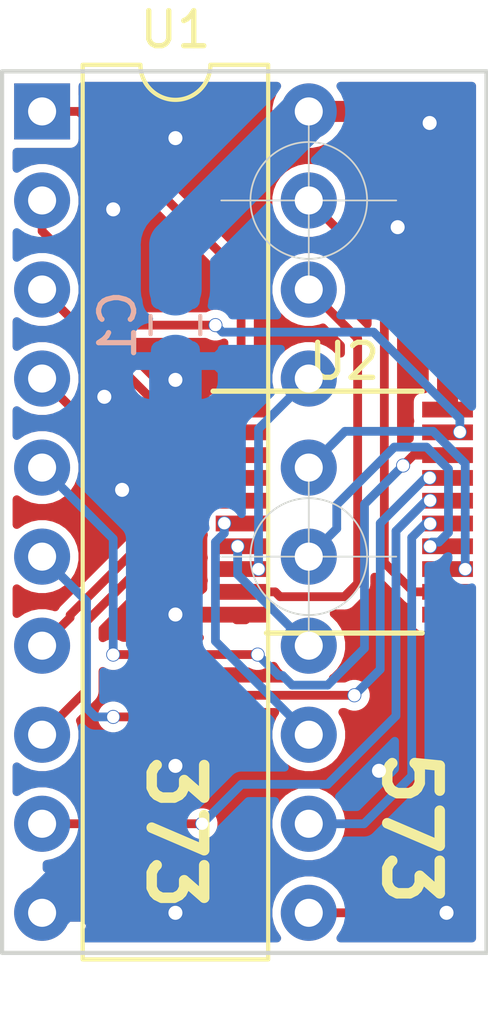
<source format=kicad_pcb>
(kicad_pcb (version 20171130) (host pcbnew "(5.1.5)-3")

  (general
    (thickness 1.6)
    (drawings 8)
    (tracks 145)
    (zones 0)
    (modules 3)
    (nets 21)
  )

  (page A4)
  (layers
    (0 F.Cu signal)
    (31 B.Cu signal)
    (32 B.Adhes user)
    (33 F.Adhes user)
    (34 B.Paste user)
    (35 F.Paste user)
    (36 B.SilkS user)
    (37 F.SilkS user)
    (38 B.Mask user)
    (39 F.Mask user)
    (40 Dwgs.User user)
    (41 Cmts.User user)
    (42 Eco1.User user)
    (43 Eco2.User user)
    (44 Edge.Cuts user)
    (45 Margin user)
    (46 B.CrtYd user)
    (47 F.CrtYd user)
    (48 B.Fab user)
    (49 F.Fab user)
  )

  (setup
    (last_trace_width 0.25)
    (user_trace_width 0.4)
    (user_trace_width 0.6)
    (user_trace_width 1.5)
    (trace_clearance 0.2)
    (zone_clearance 0.239)
    (zone_45_only no)
    (trace_min 0.2)
    (via_size 0.8)
    (via_drill 0.4)
    (via_min_size 0.35)
    (via_min_drill 0.3)
    (user_via 0.4 0.35)
    (uvia_size 0.3)
    (uvia_drill 0.1)
    (uvias_allowed no)
    (uvia_min_size 0.2)
    (uvia_min_drill 0.1)
    (edge_width 0.05)
    (segment_width 0.2)
    (pcb_text_width 0.3)
    (pcb_text_size 1.5 1.5)
    (mod_edge_width 0.12)
    (mod_text_size 1 1)
    (mod_text_width 0.15)
    (pad_size 1.524 1.524)
    (pad_drill 0.762)
    (pad_to_mask_clearance 0.051)
    (solder_mask_min_width 0.25)
    (aux_axis_origin 114.3 78.74)
    (visible_elements 7FFFFFFF)
    (pcbplotparams
      (layerselection 0x010f0_ffffffff)
      (usegerberextensions false)
      (usegerberattributes false)
      (usegerberadvancedattributes false)
      (creategerberjobfile false)
      (excludeedgelayer true)
      (linewidth 0.100000)
      (plotframeref false)
      (viasonmask false)
      (mode 1)
      (useauxorigin false)
      (hpglpennumber 1)
      (hpglpenspeed 20)
      (hpglpendiameter 15.000000)
      (psnegative false)
      (psa4output false)
      (plotreference true)
      (plotvalue true)
      (plotinvisibletext false)
      (padsonsilk false)
      (subtractmaskfromsilk false)
      (outputformat 1)
      (mirror false)
      (drillshape 0)
      (scaleselection 1)
      (outputdirectory "gerber/"))
  )

  (net 0 "")
  (net 1 "Net-(U1-Pad1)")
  (net 2 "Net-(U1-Pad2)")
  (net 3 "Net-(U1-Pad9)")
  (net 4 "Net-(U1-Pad3)")
  (net 5 "Net-(U1-Pad4)")
  (net 6 "Net-(U1-Pad11)")
  (net 7 "Net-(U1-Pad5)")
  (net 8 "Net-(U1-Pad12)")
  (net 9 "Net-(U1-Pad6)")
  (net 10 "Net-(U1-Pad13)")
  (net 11 "Net-(C1-Pad1)")
  (net 12 "Net-(U1-Pad14)")
  (net 13 "Net-(U1-Pad7)")
  (net 14 "Net-(U1-Pad15)")
  (net 15 GND)
  (net 16 "Net-(U1-Pad16)")
  (net 17 "Net-(U1-Pad17)")
  (net 18 "Net-(U1-Pad8)")
  (net 19 "Net-(U1-Pad18)")
  (net 20 "Net-(U1-Pad19)")

  (net_class Default "This is the default net class."
    (clearance 0.2)
    (trace_width 0.25)
    (via_dia 0.8)
    (via_drill 0.4)
    (uvia_dia 0.3)
    (uvia_drill 0.1)
    (add_net GND)
    (add_net "Net-(C1-Pad1)")
    (add_net "Net-(U1-Pad1)")
    (add_net "Net-(U1-Pad11)")
    (add_net "Net-(U1-Pad12)")
    (add_net "Net-(U1-Pad13)")
    (add_net "Net-(U1-Pad14)")
    (add_net "Net-(U1-Pad15)")
    (add_net "Net-(U1-Pad16)")
    (add_net "Net-(U1-Pad17)")
    (add_net "Net-(U1-Pad18)")
    (add_net "Net-(U1-Pad19)")
    (add_net "Net-(U1-Pad2)")
    (add_net "Net-(U1-Pad3)")
    (add_net "Net-(U1-Pad4)")
    (add_net "Net-(U1-Pad5)")
    (add_net "Net-(U1-Pad6)")
    (add_net "Net-(U1-Pad7)")
    (add_net "Net-(U1-Pad8)")
    (add_net "Net-(U1-Pad9)")
  )

  (module Capacitor_SMD:C_0805_2012Metric_Pad1.15x1.40mm_HandSolder (layer B.Cu) (tedit 5B36C52B) (tstamp 5EF1DB51)
    (at 110.49 77.216 270)
    (descr "Capacitor SMD 0805 (2012 Metric), square (rectangular) end terminal, IPC_7351 nominal with elongated pad for handsoldering. (Body size source: https://docs.google.com/spreadsheets/d/1BsfQQcO9C6DZCsRaXUlFlo91Tg2WpOkGARC1WS5S8t0/edit?usp=sharing), generated with kicad-footprint-generator")
    (tags "capacitor handsolder")
    (path /7C524249)
    (attr smd)
    (fp_text reference C1 (at 0 1.65 270) (layer B.SilkS)
      (effects (font (size 1 1) (thickness 0.15)) (justify mirror))
    )
    (fp_text value 100n (at 0 -1.65 270) (layer B.Fab)
      (effects (font (size 1 1) (thickness 0.15)) (justify mirror))
    )
    (fp_line (start -1 -0.6) (end -1 0.6) (layer B.Fab) (width 0.1))
    (fp_line (start -1 0.6) (end 1 0.6) (layer B.Fab) (width 0.1))
    (fp_line (start 1 0.6) (end 1 -0.6) (layer B.Fab) (width 0.1))
    (fp_line (start 1 -0.6) (end -1 -0.6) (layer B.Fab) (width 0.1))
    (fp_line (start -0.261252 0.71) (end 0.261252 0.71) (layer B.SilkS) (width 0.12))
    (fp_line (start -0.261252 -0.71) (end 0.261252 -0.71) (layer B.SilkS) (width 0.12))
    (fp_line (start -1.85 -0.95) (end -1.85 0.95) (layer B.CrtYd) (width 0.05))
    (fp_line (start -1.85 0.95) (end 1.85 0.95) (layer B.CrtYd) (width 0.05))
    (fp_line (start 1.85 0.95) (end 1.85 -0.95) (layer B.CrtYd) (width 0.05))
    (fp_line (start 1.85 -0.95) (end -1.85 -0.95) (layer B.CrtYd) (width 0.05))
    (fp_text user %R (at 0 0 270) (layer B.Fab)
      (effects (font (size 0.5 0.5) (thickness 0.08)) (justify mirror))
    )
    (pad 1 smd roundrect (at -1.025 0 270) (size 1.15 1.4) (layers B.Cu B.Paste B.Mask) (roundrect_rratio 0.217391)
      (net 11 "Net-(C1-Pad1)"))
    (pad 2 smd roundrect (at 1.025 0 270) (size 1.15 1.4) (layers B.Cu B.Paste B.Mask) (roundrect_rratio 0.217391)
      (net 15 GND))
    (model ${KISYS3DMOD}/Capacitor_SMD.3dshapes/C_0805_2012Metric.wrl
      (at (xyz 0 0 0))
      (scale (xyz 1 1 1))
      (rotate (xyz 0 0 0))
    )
  )

  (module Package_DIP:DIP-20_W7.62mm (layer F.Cu) (tedit 5A02E8C5) (tstamp 5EF1DB79)
    (at 106.68 71.12)
    (descr "20-lead though-hole mounted DIP package, row spacing 7.62 mm (300 mils)")
    (tags "THT DIP DIL PDIP 2.54mm 7.62mm 300mil")
    (path /5EF1D2C1)
    (fp_text reference U1 (at 3.81 -2.33) (layer F.SilkS)
      (effects (font (size 1 1) (thickness 0.15)))
    )
    (fp_text value 74LS373 (at 3.81 25.19) (layer F.Fab)
      (effects (font (size 1 1) (thickness 0.15)))
    )
    (fp_arc (start 3.81 -1.33) (end 2.81 -1.33) (angle -180) (layer F.SilkS) (width 0.12))
    (fp_line (start 1.635 -1.27) (end 6.985 -1.27) (layer F.Fab) (width 0.1))
    (fp_line (start 6.985 -1.27) (end 6.985 24.13) (layer F.Fab) (width 0.1))
    (fp_line (start 6.985 24.13) (end 0.635 24.13) (layer F.Fab) (width 0.1))
    (fp_line (start 0.635 24.13) (end 0.635 -0.27) (layer F.Fab) (width 0.1))
    (fp_line (start 0.635 -0.27) (end 1.635 -1.27) (layer F.Fab) (width 0.1))
    (fp_line (start 2.81 -1.33) (end 1.16 -1.33) (layer F.SilkS) (width 0.12))
    (fp_line (start 1.16 -1.33) (end 1.16 24.19) (layer F.SilkS) (width 0.12))
    (fp_line (start 1.16 24.19) (end 6.46 24.19) (layer F.SilkS) (width 0.12))
    (fp_line (start 6.46 24.19) (end 6.46 -1.33) (layer F.SilkS) (width 0.12))
    (fp_line (start 6.46 -1.33) (end 4.81 -1.33) (layer F.SilkS) (width 0.12))
    (fp_line (start -1.1 -1.55) (end -1.1 24.4) (layer F.CrtYd) (width 0.05))
    (fp_line (start -1.1 24.4) (end 8.7 24.4) (layer F.CrtYd) (width 0.05))
    (fp_line (start 8.7 24.4) (end 8.7 -1.55) (layer F.CrtYd) (width 0.05))
    (fp_line (start 8.7 -1.55) (end -1.1 -1.55) (layer F.CrtYd) (width 0.05))
    (fp_text user %R (at 3.81 11.43) (layer F.Fab)
      (effects (font (size 1 1) (thickness 0.15)))
    )
    (pad 1 thru_hole rect (at 0 0) (size 1.6 1.6) (drill 0.8) (layers *.Cu *.Mask)
      (net 1 "Net-(U1-Pad1)"))
    (pad 11 thru_hole oval (at 7.62 22.86) (size 1.6 1.6) (drill 0.8) (layers *.Cu *.Mask)
      (net 6 "Net-(U1-Pad11)"))
    (pad 2 thru_hole oval (at 0 2.54) (size 1.6 1.6) (drill 0.8) (layers *.Cu *.Mask)
      (net 2 "Net-(U1-Pad2)"))
    (pad 12 thru_hole oval (at 7.62 20.32) (size 1.6 1.6) (drill 0.8) (layers *.Cu *.Mask)
      (net 8 "Net-(U1-Pad12)"))
    (pad 3 thru_hole oval (at 0 5.08) (size 1.6 1.6) (drill 0.8) (layers *.Cu *.Mask)
      (net 4 "Net-(U1-Pad3)"))
    (pad 13 thru_hole oval (at 7.62 17.78) (size 1.6 1.6) (drill 0.8) (layers *.Cu *.Mask)
      (net 10 "Net-(U1-Pad13)"))
    (pad 4 thru_hole oval (at 0 7.62) (size 1.6 1.6) (drill 0.8) (layers *.Cu *.Mask)
      (net 5 "Net-(U1-Pad4)"))
    (pad 14 thru_hole oval (at 7.62 15.24) (size 1.6 1.6) (drill 0.8) (layers *.Cu *.Mask)
      (net 12 "Net-(U1-Pad14)"))
    (pad 5 thru_hole oval (at 0 10.16) (size 1.6 1.6) (drill 0.8) (layers *.Cu *.Mask)
      (net 7 "Net-(U1-Pad5)"))
    (pad 15 thru_hole oval (at 7.62 12.7) (size 1.6 1.6) (drill 0.8) (layers *.Cu *.Mask)
      (net 14 "Net-(U1-Pad15)"))
    (pad 6 thru_hole oval (at 0 12.7) (size 1.6 1.6) (drill 0.8) (layers *.Cu *.Mask)
      (net 9 "Net-(U1-Pad6)"))
    (pad 16 thru_hole oval (at 7.62 10.16) (size 1.6 1.6) (drill 0.8) (layers *.Cu *.Mask)
      (net 16 "Net-(U1-Pad16)"))
    (pad 7 thru_hole oval (at 0 15.24) (size 1.6 1.6) (drill 0.8) (layers *.Cu *.Mask)
      (net 13 "Net-(U1-Pad7)"))
    (pad 17 thru_hole oval (at 7.62 7.62) (size 1.6 1.6) (drill 0.8) (layers *.Cu *.Mask)
      (net 17 "Net-(U1-Pad17)"))
    (pad 8 thru_hole oval (at 0 17.78) (size 1.6 1.6) (drill 0.8) (layers *.Cu *.Mask)
      (net 18 "Net-(U1-Pad8)"))
    (pad 18 thru_hole oval (at 7.62 5.08) (size 1.6 1.6) (drill 0.8) (layers *.Cu *.Mask)
      (net 19 "Net-(U1-Pad18)"))
    (pad 9 thru_hole oval (at 0 20.32) (size 1.6 1.6) (drill 0.8) (layers *.Cu *.Mask)
      (net 3 "Net-(U1-Pad9)"))
    (pad 19 thru_hole oval (at 7.62 2.54) (size 1.6 1.6) (drill 0.8) (layers *.Cu *.Mask)
      (net 20 "Net-(U1-Pad19)"))
    (pad 10 thru_hole oval (at 0 22.86) (size 1.6 1.6) (drill 0.8) (layers *.Cu *.Mask)
      (net 15 GND))
    (pad 20 thru_hole oval (at 7.62 0) (size 1.6 1.6) (drill 0.8) (layers *.Cu *.Mask)
      (net 11 "Net-(C1-Pad1)"))
  )

  (module Package_SO:TSSOP-20_4.4x6.5mm_P0.65mm (layer F.Cu) (tedit 5A02F25C) (tstamp 5EF1DB9D)
    (at 115.316 82.55)
    (descr "20-Lead Plastic Thin Shrink Small Outline (ST)-4.4 mm Body [TSSOP] (see Microchip Packaging Specification 00000049BS.pdf)")
    (tags "SSOP 0.65")
    (path /5EF1E168)
    (attr smd)
    (fp_text reference U2 (at 0 -4.3) (layer F.SilkS)
      (effects (font (size 1 1) (thickness 0.15)))
    )
    (fp_text value 74LS573 (at 0 4.3) (layer F.Fab)
      (effects (font (size 1 1) (thickness 0.15)))
    )
    (fp_line (start -1.2 -3.25) (end 2.2 -3.25) (layer F.Fab) (width 0.15))
    (fp_line (start 2.2 -3.25) (end 2.2 3.25) (layer F.Fab) (width 0.15))
    (fp_line (start 2.2 3.25) (end -2.2 3.25) (layer F.Fab) (width 0.15))
    (fp_line (start -2.2 3.25) (end -2.2 -2.25) (layer F.Fab) (width 0.15))
    (fp_line (start -2.2 -2.25) (end -1.2 -3.25) (layer F.Fab) (width 0.15))
    (fp_line (start -3.95 -3.55) (end -3.95 3.55) (layer F.CrtYd) (width 0.05))
    (fp_line (start 3.95 -3.55) (end 3.95 3.55) (layer F.CrtYd) (width 0.05))
    (fp_line (start -3.95 -3.55) (end 3.95 -3.55) (layer F.CrtYd) (width 0.05))
    (fp_line (start -3.95 3.55) (end 3.95 3.55) (layer F.CrtYd) (width 0.05))
    (fp_line (start -2.225 3.45) (end 2.225 3.45) (layer F.SilkS) (width 0.15))
    (fp_line (start -3.75 -3.45) (end 2.225 -3.45) (layer F.SilkS) (width 0.15))
    (fp_text user %R (at 0 0) (layer F.Fab)
      (effects (font (size 0.8 0.8) (thickness 0.15)))
    )
    (pad 1 smd rect (at -2.95 -2.925) (size 1.45 0.45) (layers F.Cu F.Paste F.Mask)
      (net 1 "Net-(U1-Pad1)"))
    (pad 2 smd rect (at -2.95 -2.275) (size 1.45 0.45) (layers F.Cu F.Paste F.Mask)
      (net 4 "Net-(U1-Pad3)"))
    (pad 3 smd rect (at -2.95 -1.625) (size 1.45 0.45) (layers F.Cu F.Paste F.Mask)
      (net 5 "Net-(U1-Pad4)"))
    (pad 4 smd rect (at -2.95 -0.975) (size 1.45 0.45) (layers F.Cu F.Paste F.Mask)
      (net 13 "Net-(U1-Pad7)"))
    (pad 5 smd rect (at -2.95 -0.325) (size 1.45 0.45) (layers F.Cu F.Paste F.Mask)
      (net 18 "Net-(U1-Pad8)"))
    (pad 6 smd rect (at -2.95 0.325) (size 1.45 0.45) (layers F.Cu F.Paste F.Mask)
      (net 10 "Net-(U1-Pad13)"))
    (pad 7 smd rect (at -2.95 0.975) (size 1.45 0.45) (layers F.Cu F.Paste F.Mask)
      (net 12 "Net-(U1-Pad14)"))
    (pad 8 smd rect (at -2.95 1.625) (size 1.45 0.45) (layers F.Cu F.Paste F.Mask)
      (net 17 "Net-(U1-Pad17)"))
    (pad 9 smd rect (at -2.95 2.275) (size 1.45 0.45) (layers F.Cu F.Paste F.Mask)
      (net 19 "Net-(U1-Pad18)"))
    (pad 10 smd rect (at -2.95 2.925) (size 1.45 0.45) (layers F.Cu F.Paste F.Mask)
      (net 15 GND))
    (pad 11 smd rect (at 2.95 2.925) (size 1.45 0.45) (layers F.Cu F.Paste F.Mask)
      (net 6 "Net-(U1-Pad11)"))
    (pad 12 smd rect (at 2.95 2.275) (size 1.45 0.45) (layers F.Cu F.Paste F.Mask)
      (net 20 "Net-(U1-Pad19)"))
    (pad 13 smd rect (at 2.95 1.625) (size 1.45 0.45) (layers F.Cu F.Paste F.Mask)
      (net 16 "Net-(U1-Pad16)"))
    (pad 14 smd rect (at 2.95 0.975) (size 1.45 0.45) (layers F.Cu F.Paste F.Mask)
      (net 14 "Net-(U1-Pad15)"))
    (pad 15 smd rect (at 2.95 0.325) (size 1.45 0.45) (layers F.Cu F.Paste F.Mask)
      (net 8 "Net-(U1-Pad12)"))
    (pad 16 smd rect (at 2.95 -0.325) (size 1.45 0.45) (layers F.Cu F.Paste F.Mask)
      (net 3 "Net-(U1-Pad9)"))
    (pad 17 smd rect (at 2.95 -0.975) (size 1.45 0.45) (layers F.Cu F.Paste F.Mask)
      (net 9 "Net-(U1-Pad6)"))
    (pad 18 smd rect (at 2.95 -1.625) (size 1.45 0.45) (layers F.Cu F.Paste F.Mask)
      (net 7 "Net-(U1-Pad5)"))
    (pad 19 smd rect (at 2.95 -2.275) (size 1.45 0.45) (layers F.Cu F.Paste F.Mask)
      (net 2 "Net-(U1-Pad2)"))
    (pad 20 smd rect (at 2.95 -2.925) (size 1.45 0.45) (layers F.Cu F.Paste F.Mask)
      (net 11 "Net-(C1-Pad1)"))
    (model ${KISYS3DMOD}/Package_SO.3dshapes/TSSOP-20_4.4x6.5mm_P0.65mm.wrl
      (at (xyz 0 0 0))
      (scale (xyz 1 1 1))
      (rotate (xyz 0 0 0))
    )
  )

  (gr_text 373 (at 110.49 91.694 270) (layer F.SilkS)
    (effects (font (size 1.5 1.5) (thickness 0.3)))
  )
  (gr_text 573 (at 117.221 91.567 270) (layer F.SilkS)
    (effects (font (size 1.5 1.5) (thickness 0.3)))
  )
  (target plus (at 114.3 83.82) (size 5) (width 0.05) (layer Edge.Cuts) (tstamp 5EDEE61A))
  (target plus (at 114.3 73.66) (size 5) (width 0.05) (layer Edge.Cuts))
  (gr_line (start 119.38 95.123) (end 119.38 69.977) (layer Edge.Cuts) (width 0.12) (tstamp 5EDD24B3))
  (gr_line (start 105.537 95.123) (end 119.38 95.123) (layer Edge.Cuts) (width 0.12))
  (gr_line (start 105.537 69.977) (end 105.537 95.123) (layer Edge.Cuts) (width 0.12))
  (gr_line (start 119.38 69.977) (end 105.537 69.977) (layer Edge.Cuts) (width 0.12))

  (via (at 117.7544 81.5721) (size 0.4) (drill 0.35) (layers F.Cu B.Cu) (net 9))
  (via (at 117.7671 82.2198) (size 0.4) (drill 0.35) (layers F.Cu B.Cu) (net 3))
  (via (at 117.7671 82.8802) (size 0.4) (drill 0.35) (layers F.Cu B.Cu) (net 8))
  (via (at 117.7671 83.5279) (size 0.4) (drill 0.35) (layers F.Cu B.Cu) (net 14))
  (via (at 118.7704 84.1756) (size 0.4) (drill 0.35) (layers F.Cu B.Cu) (net 16))
  (via (at 111.887 82.8675) (size 0.4) (drill 0.35) (layers F.Cu B.Cu) (net 10))
  (via (at 112.268 83.5279) (size 0.4) (drill 0.35) (layers F.Cu B.Cu) (net 12))
  (via (at 112.8649 84.1756) (size 0.4) (drill 0.35) (layers F.Cu B.Cu) (net 17))
  (segment (start 107.73 71.12) (end 106.68 71.12) (width 0.25) (layer F.Cu) (net 1))
  (segment (start 112.366 75.756) (end 107.73 71.12) (width 0.25) (layer F.Cu) (net 1))
  (segment (start 112.366 79.625) (end 112.366 75.756) (width 0.25) (layer F.Cu) (net 1))
  (segment (start 106.68 74.534998) (end 109.361002 77.216) (width 0.25) (layer F.Cu) (net 2))
  (segment (start 106.68 73.66) (end 106.68 74.534998) (width 0.25) (layer F.Cu) (net 2))
  (segment (start 109.361002 77.216) (end 111.252 77.216) (width 0.25) (layer F.Cu) (net 2))
  (segment (start 111.252 77.216) (end 111.633 77.216) (width 0.25) (layer F.Cu) (net 2))
  (segment (start 111.633 77.216) (end 111.633 77.216) (width 0.25) (layer F.Cu) (net 2) (tstamp 5EF1DEDF))
  (via (at 111.633 77.216) (size 0.4) (drill 0.35) (layers F.Cu B.Cu) (net 2))
  (segment (start 111.832999 77.415999) (end 116.150999 77.415999) (width 0.25) (layer B.Cu) (net 2))
  (segment (start 111.633 77.216) (end 111.832999 77.415999) (width 0.25) (layer B.Cu) (net 2))
  (segment (start 116.150999 77.415999) (end 118.618 79.883) (width 0.25) (layer B.Cu) (net 2))
  (segment (start 118.618 79.883) (end 118.618 80.264) (width 0.25) (layer B.Cu) (net 2))
  (segment (start 118.618 80.264) (end 118.618 80.264) (width 0.25) (layer B.Cu) (net 2) (tstamp 5EF1DEE3))
  (via (at 118.618 80.264) (size 0.4) (drill 0.35) (layers F.Cu B.Cu) (net 2))
  (segment (start 106.68 91.44) (end 111.252 91.44) (width 0.25) (layer F.Cu) (net 3))
  (segment (start 111.252 91.44) (end 111.252 91.44) (width 0.25) (layer F.Cu) (net 3) (tstamp 5EF2A5E1))
  (via (at 111.252 91.44) (size 0.4) (drill 0.35) (layers F.Cu B.Cu) (net 3))
  (segment (start 112.377001 90.314999) (end 111.451999 91.240001) (width 0.25) (layer B.Cu) (net 3))
  (segment (start 117.7671 82.2198) (end 117.661788 82.2198) (width 0.25) (layer B.Cu) (net 3))
  (segment (start 114.840001 90.314999) (end 112.377001 90.314999) (width 0.25) (layer B.Cu) (net 3))
  (segment (start 111.451999 91.240001) (end 111.252 91.44) (width 0.25) (layer B.Cu) (net 3))
  (segment (start 116.792089 83.089499) (end 116.792089 88.362911) (width 0.25) (layer B.Cu) (net 3))
  (segment (start 117.661788 82.2198) (end 116.792089 83.089499) (width 0.25) (layer B.Cu) (net 3))
  (segment (start 116.792089 88.362911) (end 114.840001 90.314999) (width 0.25) (layer B.Cu) (net 3))
  (segment (start 110.755 80.275) (end 106.68 76.2) (width 0.25) (layer F.Cu) (net 4))
  (segment (start 112.366 80.275) (end 110.755 80.275) (width 0.25) (layer F.Cu) (net 4))
  (segment (start 108.865 80.925) (end 106.68 78.74) (width 0.25) (layer F.Cu) (net 5))
  (segment (start 112.366 80.925) (end 108.865 80.925) (width 0.25) (layer F.Cu) (net 5))
  (segment (start 118.266 85.95) (end 118.266 85.475) (width 0.25) (layer F.Cu) (net 6))
  (segment (start 115.43137 93.98) (end 118.266 91.14537) (width 0.25) (layer F.Cu) (net 6))
  (segment (start 118.266 91.14537) (end 118.266 85.95) (width 0.25) (layer F.Cu) (net 6))
  (segment (start 114.3 93.98) (end 115.43137 93.98) (width 0.25) (layer F.Cu) (net 6))
  (segment (start 106.68 81.28) (end 108.712 83.312) (width 0.25) (layer B.Cu) (net 7))
  (segment (start 108.712 83.312) (end 108.712 86.614) (width 0.25) (layer B.Cu) (net 7))
  (segment (start 108.712 86.614) (end 108.712 86.614) (width 0.25) (layer B.Cu) (net 7) (tstamp 5EF2A338))
  (via (at 108.712 86.614) (size 0.4) (drill 0.35) (layers F.Cu B.Cu) (net 7))
  (segment (start 108.712 86.614) (end 111.379 86.614) (width 0.25) (layer F.Cu) (net 7))
  (segment (start 117.291 80.925) (end 116.99595 81.22005) (width 0.25) (layer F.Cu) (net 7))
  (segment (start 118.266 80.925) (end 117.291 80.925) (width 0.25) (layer F.Cu) (net 7))
  (segment (start 116.99595 81.22005) (end 116.9543 81.2617) (width 0.25) (layer F.Cu) (net 7) (tstamp 5EF2A52C))
  (via (at 116.99595 81.22005) (size 0.4) (drill 0.35) (layers F.Cu B.Cu) (net 7))
  (segment (start 115.892069 86.432933) (end 114.840001 87.485001) (width 0.25) (layer B.Cu) (net 7))
  (segment (start 114.840001 87.485001) (end 113.824801 87.485001) (width 0.25) (layer B.Cu) (net 7))
  (segment (start 116.99595 81.22005) (end 115.892069 82.323931) (width 0.25) (layer B.Cu) (net 7))
  (segment (start 115.892069 82.323931) (end 115.892069 86.432933) (width 0.25) (layer B.Cu) (net 7))
  (segment (start 113.824801 87.485001) (end 113.5507 87.2109) (width 0.25) (layer B.Cu) (net 7))
  (segment (start 113.5507 87.2109) (end 113.4364 87.2109) (width 0.25) (layer B.Cu) (net 7))
  (segment (start 113.4364 87.2109) (end 112.8395 86.614) (width 0.25) (layer B.Cu) (net 7))
  (segment (start 112.8395 86.614) (end 112.8395 86.614) (width 0.25) (layer B.Cu) (net 7) (tstamp 5EF2A5AC))
  (via (at 112.8395 86.614) (size 0.4) (drill 0.35) (layers F.Cu B.Cu) (net 7))
  (segment (start 111.379 86.614) (end 112.8395 86.614) (width 0.25) (layer F.Cu) (net 7))
  (segment (start 117.242099 83.275899) (end 117.242099 90.076799) (width 0.25) (layer B.Cu) (net 8))
  (segment (start 117.7671 82.8802) (end 117.637798 82.8802) (width 0.25) (layer B.Cu) (net 8))
  (segment (start 117.637798 82.8802) (end 117.242099 83.275899) (width 0.25) (layer B.Cu) (net 8))
  (segment (start 115.878898 91.44) (end 114.3 91.44) (width 0.25) (layer B.Cu) (net 8))
  (segment (start 117.242099 90.076799) (end 115.878898 91.44) (width 0.25) (layer B.Cu) (net 8))
  (segment (start 106.68 83.82) (end 107.95 85.09) (width 0.25) (layer B.Cu) (net 9))
  (segment (start 107.95 85.09) (end 107.95 88.138) (width 0.25) (layer B.Cu) (net 9))
  (segment (start 107.95 88.138) (end 108.204 88.392) (width 0.25) (layer B.Cu) (net 9))
  (segment (start 108.204 88.392) (end 108.712 88.392) (width 0.25) (layer B.Cu) (net 9))
  (segment (start 108.712 88.392) (end 108.712 88.392) (width 0.25) (layer B.Cu) (net 9) (tstamp 5EF2A344))
  (via (at 108.712 88.392) (size 0.4) (drill 0.35) (layers F.Cu B.Cu) (net 9))
  (segment (start 108.712 88.392) (end 111.252 88.392) (width 0.25) (layer F.Cu) (net 9))
  (segment (start 111.869001 87.774999) (end 115.602801 87.774999) (width 0.25) (layer F.Cu) (net 9))
  (segment (start 111.252 88.392) (end 111.869001 87.774999) (width 0.25) (layer F.Cu) (net 9))
  (via (at 115.602801 87.774999) (size 0.4) (drill 0.35) (layers F.Cu B.Cu) (net 9))
  (segment (start 116.342079 87.035721) (end 115.602801 87.774999) (width 0.25) (layer B.Cu) (net 9))
  (segment (start 116.342079 82.867819) (end 116.342079 87.035721) (width 0.25) (layer B.Cu) (net 9))
  (segment (start 117.7544 81.5721) (end 117.637798 81.5721) (width 0.25) (layer B.Cu) (net 9))
  (segment (start 117.637798 81.5721) (end 116.342079 82.867819) (width 0.25) (layer B.Cu) (net 9))
  (segment (start 111.633 86.233) (end 114.3 88.9) (width 0.25) (layer B.Cu) (net 10))
  (segment (start 111.633 83.404342) (end 111.633 86.233) (width 0.25) (layer B.Cu) (net 10))
  (segment (start 111.887 82.8675) (end 111.887 83.150342) (width 0.25) (layer B.Cu) (net 10))
  (segment (start 111.887 83.150342) (end 111.633 83.404342) (width 0.25) (layer B.Cu) (net 10))
  (segment (start 118.266 79.625) (end 118.266 79.277) (width 0.4) (layer F.Cu) (net 11))
  (segment (start 118.266 73.95463) (end 118.266 79.549999) (width 0.6) (layer F.Cu) (net 11))
  (segment (start 114.3 71.12) (end 115.43137 71.12) (width 0.6) (layer F.Cu) (net 11))
  (segment (start 115.43137 71.12) (end 118.266 73.95463) (width 0.6) (layer F.Cu) (net 11))
  (segment (start 110.49 74.93) (end 114.3 71.12) (width 1.5) (layer B.Cu) (net 11))
  (segment (start 110.49 76.191) (end 110.49 74.93) (width 1.5) (layer B.Cu) (net 11))
  (segment (start 112.268 84.328) (end 114.3 86.36) (width 0.25) (layer B.Cu) (net 12))
  (segment (start 112.268 83.5279) (end 112.268 84.328) (width 0.25) (layer B.Cu) (net 12))
  (segment (start 107.479999 85.486001) (end 111.391 81.575) (width 0.25) (layer F.Cu) (net 13))
  (segment (start 111.391 81.575) (end 112.366 81.575) (width 0.25) (layer F.Cu) (net 13))
  (segment (start 107.479999 85.560001) (end 107.479999 85.486001) (width 0.25) (layer F.Cu) (net 13))
  (segment (start 106.68 86.36) (end 107.479999 85.560001) (width 0.25) (layer F.Cu) (net 13))
  (segment (start 115.099999 82.338999) (end 115.099999 83.020001) (width 0.25) (layer B.Cu) (net 14))
  (segment (start 117.665641 80.695049) (end 116.743949 80.695049) (width 0.25) (layer B.Cu) (net 14))
  (segment (start 118.292101 81.321509) (end 117.665641 80.695049) (width 0.25) (layer B.Cu) (net 14))
  (segment (start 115.099999 83.020001) (end 114.3 83.82) (width 0.25) (layer B.Cu) (net 14))
  (segment (start 117.7671 83.5279) (end 117.7671 83.4517) (width 0.25) (layer B.Cu) (net 14))
  (segment (start 116.743949 80.695049) (end 115.099999 82.338999) (width 0.25) (layer B.Cu) (net 14))
  (segment (start 117.7671 83.4517) (end 117.813599 83.405201) (width 0.25) (layer B.Cu) (net 14))
  (segment (start 117.813599 83.405201) (end 118.019101 83.405201) (width 0.25) (layer B.Cu) (net 14))
  (segment (start 118.019101 83.405201) (end 118.292101 83.132201) (width 0.25) (layer B.Cu) (net 14))
  (segment (start 118.292101 83.132201) (end 118.292101 81.321509) (width 0.25) (layer B.Cu) (net 14))
  (segment (start 110.49 90.17) (end 106.68 93.98) (width 1.5) (layer B.Cu) (net 15))
  (segment (start 110.49 78.241) (end 110.49 78.7781) (width 1.5) (layer B.Cu) (net 15))
  (segment (start 110.49 85.471) (end 110.49 89.789) (width 1.5) (layer B.Cu) (net 15) (tstamp 5EF2A35E))
  (via (at 110.49 85.471) (size 0.8) (drill 0.4) (layers F.Cu B.Cu) (net 15))
  (segment (start 110.494 85.475) (end 110.49 85.471) (width 0.25) (layer F.Cu) (net 15))
  (segment (start 112.366 85.475) (end 110.494 85.475) (width 0.25) (layer F.Cu) (net 15))
  (via (at 110.49 71.882) (size 0.8) (drill 0.4) (layers F.Cu B.Cu) (net 15))
  (via (at 108.712 73.914) (size 0.8) (drill 0.4) (layers F.Cu B.Cu) (net 15))
  (via (at 108.966 81.915) (size 0.8) (drill 0.4) (layers F.Cu B.Cu) (net 15))
  (via (at 116.84 74.422) (size 0.8) (drill 0.4) (layers F.Cu B.Cu) (net 15))
  (via (at 118.237 93.98) (size 0.8) (drill 0.4) (layers F.Cu B.Cu) (net 15))
  (via (at 110.49 93.98) (size 0.8) (drill 0.4) (layers F.Cu B.Cu) (net 15))
  (segment (start 110.49 89.789) (end 110.49 90.17) (width 1.5) (layer B.Cu) (net 15) (tstamp 5EF2A674))
  (via (at 110.49 89.789) (size 0.8) (drill 0.4) (layers F.Cu B.Cu) (net 15))
  (via (at 116.3066 89.9287) (size 0.8) (drill 0.4) (layers F.Cu B.Cu) (net 15))
  (via (at 117.7544 71.4502) (size 0.8) (drill 0.4) (layers F.Cu B.Cu) (net 15))
  (via (at 108.458 79.2607) (size 0.8) (drill 0.4) (layers F.Cu B.Cu) (net 15))
  (segment (start 110.49 78.7781) (end 110.49 85.471) (width 1.5) (layer B.Cu) (net 15) (tstamp 5EF2A6CB))
  (via (at 110.49 78.7781) (size 0.8) (drill 0.4) (layers F.Cu B.Cu) (net 15))
  (segment (start 115.334961 80.245039) (end 115.180601 80.399399) (width 0.25) (layer B.Cu) (net 16))
  (segment (start 115.180601 80.399399) (end 114.3 81.28) (width 0.25) (layer B.Cu) (net 16))
  (segment (start 118.7704 81.163398) (end 117.852041 80.245039) (width 0.25) (layer B.Cu) (net 16))
  (segment (start 117.852041 80.245039) (end 115.334961 80.245039) (width 0.25) (layer B.Cu) (net 16))
  (segment (start 118.7704 84.1756) (end 118.7704 81.163398) (width 0.25) (layer B.Cu) (net 16))
  (segment (start 112.8649 80.1751) (end 114.3 78.74) (width 0.25) (layer B.Cu) (net 17))
  (segment (start 112.8649 84.1756) (end 112.8649 80.1751) (width 0.25) (layer B.Cu) (net 17))
  (segment (start 111.391 82.225) (end 112.366 82.225) (width 0.25) (layer F.Cu) (net 18))
  (segment (start 106.68 88.9) (end 107.930009 87.649991) (width 0.25) (layer F.Cu) (net 18))
  (segment (start 107.930009 85.685991) (end 111.391 82.225) (width 0.25) (layer F.Cu) (net 18))
  (segment (start 107.930009 87.649991) (end 107.930009 85.685991) (width 0.25) (layer F.Cu) (net 18))
  (segment (start 114.3 76.2) (end 115.697 77.597) (width 0.25) (layer F.Cu) (net 19))
  (segment (start 115.697 84.582) (end 115.316 84.963) (width 0.25) (layer F.Cu) (net 19))
  (segment (start 115.316 84.963) (end 113.479 84.963) (width 0.25) (layer F.Cu) (net 19))
  (segment (start 115.697 77.597) (end 115.697 84.582) (width 0.25) (layer F.Cu) (net 19))
  (segment (start 113.341 84.825) (end 112.366 84.825) (width 0.25) (layer F.Cu) (net 19))
  (segment (start 113.479 84.963) (end 113.341 84.825) (width 0.25) (layer F.Cu) (net 19))
  (segment (start 117.291 84.825) (end 118.266 84.825) (width 0.25) (layer F.Cu) (net 20))
  (segment (start 116.459 83.993) (end 117.291 84.825) (width 0.25) (layer F.Cu) (net 20))
  (segment (start 116.459 75.819) (end 116.459 83.993) (width 0.25) (layer F.Cu) (net 20))
  (segment (start 114.3 73.66) (end 116.459 75.819) (width 0.25) (layer F.Cu) (net 20))

  (zone (net 15) (net_name GND) (layer B.Cu) (tstamp 0) (hatch edge 0.508)
    (connect_pads (clearance 0.239))
    (min_thickness 0.239)
    (fill yes (arc_segments 32) (thermal_gap 0.508) (thermal_bridge_width 0.508))
    (polygon
      (pts
        (xy 119.38 95.123) (xy 105.537 95.123) (xy 105.537 69.977) (xy 119.38 69.977)
      )
    )
    (filled_polygon
      (pts
        (xy 113.273351 70.571245) (xy 113.267872 70.584472) (xy 109.744679 74.107667) (xy 109.702381 74.14238) (xy 109.647909 74.208755)
        (xy 109.563857 74.311172) (xy 109.460925 74.503744) (xy 109.443901 74.559865) (xy 109.39754 74.712696) (xy 109.3815 74.87555)
        (xy 109.3815 74.875557) (xy 109.376138 74.93) (xy 109.3815 74.984443) (xy 109.3815 76.245449) (xy 109.39754 76.408303)
        (xy 109.429766 76.514538) (xy 109.429766 76.516001) (xy 109.441491 76.635052) (xy 109.476217 76.749527) (xy 109.532609 76.855028)
        (xy 109.608499 76.947501) (xy 109.700972 77.023391) (xy 109.733897 77.04099) (xy 109.666989 77.04758) (xy 109.548704 77.083461)
        (xy 109.439693 77.141728) (xy 109.344144 77.220144) (xy 109.265728 77.315693) (xy 109.207461 77.424704) (xy 109.17158 77.542989)
        (xy 109.159464 77.666) (xy 109.1625 77.949625) (xy 109.319375 78.1065) (xy 110.3555 78.1065) (xy 110.3555 78.0865)
        (xy 110.6245 78.0865) (xy 110.6245 78.1065) (xy 111.660625 78.1065) (xy 111.8175 77.949625) (xy 111.818027 77.900363)
        (xy 111.832998 77.901837) (xy 111.856737 77.899499) (xy 113.502136 77.899499) (xy 113.400135 78.0015) (xy 113.273351 78.191245)
        (xy 113.186021 78.402078) (xy 113.1415 78.625898) (xy 113.1415 78.854102) (xy 113.186021 79.077922) (xy 113.213051 79.143177)
        (xy 112.539803 79.816425) (xy 112.521361 79.83156) (xy 112.506226 79.850002) (xy 112.506221 79.850007) (xy 112.46094 79.905182)
        (xy 112.416043 79.989178) (xy 112.388397 80.080318) (xy 112.379062 80.1751) (xy 112.381401 80.198849) (xy 112.3814 82.602149)
        (xy 112.320815 82.511477) (xy 112.243023 82.433685) (xy 112.151549 82.372564) (xy 112.049908 82.330463) (xy 111.942007 82.309)
        (xy 111.831993 82.309) (xy 111.724092 82.330463) (xy 111.622451 82.372564) (xy 111.530977 82.433685) (xy 111.453185 82.511477)
        (xy 111.392064 82.602951) (xy 111.349963 82.704592) (xy 111.3285 82.812493) (xy 111.3285 82.922507) (xy 111.345516 83.008054)
        (xy 111.307907 83.045663) (xy 111.28946 83.060802) (xy 111.22904 83.134424) (xy 111.184143 83.21842) (xy 111.156496 83.309561)
        (xy 111.1495 83.380594) (xy 111.1495 83.380603) (xy 111.147162 83.404342) (xy 111.1495 83.428081) (xy 111.149501 86.209251)
        (xy 111.147162 86.233) (xy 111.156497 86.327782) (xy 111.184143 86.418922) (xy 111.22904 86.502918) (xy 111.274321 86.558093)
        (xy 111.274326 86.558098) (xy 111.289461 86.57654) (xy 111.307903 86.591675) (xy 113.213051 88.496823) (xy 113.186021 88.562078)
        (xy 113.1415 88.785898) (xy 113.1415 89.014102) (xy 113.186021 89.237922) (xy 113.273351 89.448755) (xy 113.400135 89.6385)
        (xy 113.5615 89.799865) (xy 113.608843 89.831499) (xy 112.400739 89.831499) (xy 112.377 89.829161) (xy 112.353261 89.831499)
        (xy 112.353252 89.831499) (xy 112.282219 89.838495) (xy 112.191078 89.866142) (xy 112.107083 89.911039) (xy 112.033461 89.971459)
        (xy 112.018322 89.989906) (xy 111.109281 90.898947) (xy 111.089092 90.902963) (xy 110.987451 90.945064) (xy 110.895977 91.006185)
        (xy 110.818185 91.083977) (xy 110.757064 91.175451) (xy 110.714963 91.277092) (xy 110.6935 91.384993) (xy 110.6935 91.495007)
        (xy 110.714963 91.602908) (xy 110.757064 91.704549) (xy 110.818185 91.796023) (xy 110.895977 91.873815) (xy 110.987451 91.934936)
        (xy 111.089092 91.977037) (xy 111.196993 91.9985) (xy 111.307007 91.9985) (xy 111.414908 91.977037) (xy 111.516549 91.934936)
        (xy 111.608023 91.873815) (xy 111.685815 91.796023) (xy 111.746936 91.704549) (xy 111.789037 91.602908) (xy 111.793053 91.582719)
        (xy 112.577273 90.798499) (xy 113.335322 90.798499) (xy 113.273351 90.891245) (xy 113.186021 91.102078) (xy 113.1415 91.325898)
        (xy 113.1415 91.554102) (xy 113.186021 91.777922) (xy 113.273351 91.988755) (xy 113.400135 92.1785) (xy 113.5615 92.339865)
        (xy 113.751245 92.466649) (xy 113.962078 92.553979) (xy 114.185898 92.5985) (xy 114.414102 92.5985) (xy 114.637922 92.553979)
        (xy 114.848755 92.466649) (xy 115.0385 92.339865) (xy 115.199865 92.1785) (xy 115.326649 91.988755) (xy 115.353679 91.9235)
        (xy 115.855159 91.9235) (xy 115.878898 91.925838) (xy 115.902637 91.9235) (xy 115.902647 91.9235) (xy 115.97368 91.916504)
        (xy 116.064821 91.888857) (xy 116.148816 91.84396) (xy 116.222438 91.78354) (xy 116.237577 91.765093) (xy 117.567192 90.435478)
        (xy 117.585639 90.420339) (xy 117.646059 90.346717) (xy 117.690956 90.262722) (xy 117.718603 90.171581) (xy 117.725599 90.100548)
        (xy 117.725599 90.100539) (xy 117.727937 90.0768) (xy 117.725599 90.053061) (xy 117.725599 84.0864) (xy 117.822107 84.0864)
        (xy 117.930008 84.064937) (xy 118.031649 84.022836) (xy 118.123123 83.961715) (xy 118.200915 83.883923) (xy 118.229674 83.840882)
        (xy 118.2869 83.810294) (xy 118.2869 83.893936) (xy 118.275464 83.911051) (xy 118.233363 84.012692) (xy 118.2119 84.120593)
        (xy 118.2119 84.230607) (xy 118.233363 84.338508) (xy 118.275464 84.440149) (xy 118.336585 84.531623) (xy 118.414377 84.609415)
        (xy 118.505851 84.670536) (xy 118.607492 84.712637) (xy 118.715393 84.7341) (xy 118.825407 84.7341) (xy 118.933308 84.712637)
        (xy 118.9615 84.700959) (xy 118.9615 94.7045) (xy 115.20922 94.7045) (xy 115.326649 94.528755) (xy 115.413979 94.317922)
        (xy 115.4585 94.094102) (xy 115.4585 93.865898) (xy 115.413979 93.642078) (xy 115.326649 93.431245) (xy 115.199865 93.2415)
        (xy 115.0385 93.080135) (xy 114.848755 92.953351) (xy 114.637922 92.866021) (xy 114.414102 92.8215) (xy 114.185898 92.8215)
        (xy 113.962078 92.866021) (xy 113.751245 92.953351) (xy 113.5615 93.080135) (xy 113.400135 93.2415) (xy 113.273351 93.431245)
        (xy 113.186021 93.642078) (xy 113.1415 93.865898) (xy 113.1415 94.094102) (xy 113.186021 94.317922) (xy 113.273351 94.528755)
        (xy 113.39078 94.7045) (xy 107.909738 94.7045) (xy 108.026922 94.452836) (xy 108.062613 94.335161) (xy 107.943486 94.1145)
        (xy 106.8145 94.1145) (xy 106.8145 94.1345) (xy 106.5455 94.1345) (xy 106.5455 94.1145) (xy 106.5255 94.1145)
        (xy 106.5255 93.8455) (xy 106.5455 93.8455) (xy 106.5455 93.8255) (xy 106.8145 93.8255) (xy 106.8145 93.8455)
        (xy 107.943486 93.8455) (xy 108.062613 93.624839) (xy 108.026922 93.507164) (xy 107.908796 93.253478) (xy 107.743448 93.027712)
        (xy 107.537232 92.838542) (xy 107.298073 92.693237) (xy 107.035162 92.597382) (xy 106.814502 92.715719) (xy 106.814502 92.594442)
        (xy 107.017922 92.553979) (xy 107.228755 92.466649) (xy 107.4185 92.339865) (xy 107.579865 92.1785) (xy 107.706649 91.988755)
        (xy 107.793979 91.777922) (xy 107.8385 91.554102) (xy 107.8385 91.325898) (xy 107.793979 91.102078) (xy 107.706649 90.891245)
        (xy 107.579865 90.7015) (xy 107.4185 90.540135) (xy 107.228755 90.413351) (xy 107.017922 90.326021) (xy 106.794102 90.2815)
        (xy 106.565898 90.2815) (xy 106.342078 90.326021) (xy 106.131245 90.413351) (xy 105.9555 90.53078) (xy 105.9555 89.80922)
        (xy 106.131245 89.926649) (xy 106.342078 90.013979) (xy 106.565898 90.0585) (xy 106.794102 90.0585) (xy 107.017922 90.013979)
        (xy 107.228755 89.926649) (xy 107.4185 89.799865) (xy 107.579865 89.6385) (xy 107.706649 89.448755) (xy 107.793979 89.237922)
        (xy 107.8385 89.014102) (xy 107.8385 88.785898) (xy 107.819722 88.691494) (xy 107.845321 88.717093) (xy 107.86046 88.73554)
        (xy 107.934082 88.79596) (xy 108.018077 88.840857) (xy 108.109218 88.868504) (xy 108.180251 88.8755) (xy 108.18026 88.8755)
        (xy 108.203999 88.877838) (xy 108.227738 88.8755) (xy 108.430336 88.8755) (xy 108.447451 88.886936) (xy 108.549092 88.929037)
        (xy 108.656993 88.9505) (xy 108.767007 88.9505) (xy 108.874908 88.929037) (xy 108.976549 88.886936) (xy 109.068023 88.825815)
        (xy 109.145815 88.748023) (xy 109.206936 88.656549) (xy 109.249037 88.554908) (xy 109.2705 88.447007) (xy 109.2705 88.336993)
        (xy 109.249037 88.229092) (xy 109.206936 88.127451) (xy 109.145815 88.035977) (xy 109.068023 87.958185) (xy 108.976549 87.897064)
        (xy 108.874908 87.854963) (xy 108.767007 87.8335) (xy 108.656993 87.8335) (xy 108.549092 87.854963) (xy 108.447451 87.897064)
        (xy 108.4335 87.906386) (xy 108.4335 87.099614) (xy 108.447451 87.108936) (xy 108.549092 87.151037) (xy 108.656993 87.1725)
        (xy 108.767007 87.1725) (xy 108.874908 87.151037) (xy 108.976549 87.108936) (xy 109.068023 87.047815) (xy 109.145815 86.970023)
        (xy 109.206936 86.878549) (xy 109.249037 86.776908) (xy 109.2705 86.669007) (xy 109.2705 86.558993) (xy 109.249037 86.451092)
        (xy 109.206936 86.349451) (xy 109.1955 86.332336) (xy 109.1955 83.335739) (xy 109.197838 83.312) (xy 109.1955 83.288261)
        (xy 109.1955 83.288251) (xy 109.188504 83.217218) (xy 109.160857 83.126077) (xy 109.141561 83.089977) (xy 109.11596 83.042081)
        (xy 109.070679 82.986906) (xy 109.070675 82.986902) (xy 109.05554 82.96846) (xy 109.037098 82.953325) (xy 107.766949 81.683177)
        (xy 107.793979 81.617922) (xy 107.8385 81.394102) (xy 107.8385 81.165898) (xy 107.793979 80.942078) (xy 107.706649 80.731245)
        (xy 107.579865 80.5415) (xy 107.4185 80.380135) (xy 107.228755 80.253351) (xy 107.017922 80.166021) (xy 106.794102 80.1215)
        (xy 106.565898 80.1215) (xy 106.342078 80.166021) (xy 106.131245 80.253351) (xy 105.9555 80.37078) (xy 105.9555 79.64922)
        (xy 106.131245 79.766649) (xy 106.342078 79.853979) (xy 106.565898 79.8985) (xy 106.794102 79.8985) (xy 107.017922 79.853979)
        (xy 107.228755 79.766649) (xy 107.4185 79.639865) (xy 107.579865 79.4785) (xy 107.706649 79.288755) (xy 107.793979 79.077922)
        (xy 107.8385 78.854102) (xy 107.8385 78.816) (xy 109.159464 78.816) (xy 109.17158 78.939011) (xy 109.207461 79.057296)
        (xy 109.265728 79.166307) (xy 109.344144 79.261856) (xy 109.439693 79.340272) (xy 109.548704 79.398539) (xy 109.666989 79.43442)
        (xy 109.79 79.446536) (xy 110.198625 79.4435) (xy 110.3555 79.286625) (xy 110.3555 78.3755) (xy 110.6245 78.3755)
        (xy 110.6245 79.286625) (xy 110.781375 79.4435) (xy 111.19 79.446536) (xy 111.313011 79.43442) (xy 111.431296 79.398539)
        (xy 111.540307 79.340272) (xy 111.635856 79.261856) (xy 111.714272 79.166307) (xy 111.772539 79.057296) (xy 111.80842 78.939011)
        (xy 111.820536 78.816) (xy 111.8175 78.532375) (xy 111.660625 78.3755) (xy 110.6245 78.3755) (xy 110.3555 78.3755)
        (xy 109.319375 78.3755) (xy 109.1625 78.532375) (xy 109.159464 78.816) (xy 107.8385 78.816) (xy 107.8385 78.625898)
        (xy 107.793979 78.402078) (xy 107.706649 78.191245) (xy 107.579865 78.0015) (xy 107.4185 77.840135) (xy 107.228755 77.713351)
        (xy 107.017922 77.626021) (xy 106.794102 77.5815) (xy 106.565898 77.5815) (xy 106.342078 77.626021) (xy 106.131245 77.713351)
        (xy 105.9555 77.83078) (xy 105.9555 77.10922) (xy 106.131245 77.226649) (xy 106.342078 77.313979) (xy 106.565898 77.3585)
        (xy 106.794102 77.3585) (xy 107.017922 77.313979) (xy 107.228755 77.226649) (xy 107.4185 77.099865) (xy 107.579865 76.9385)
        (xy 107.706649 76.748755) (xy 107.793979 76.537922) (xy 107.8385 76.314102) (xy 107.8385 76.085898) (xy 107.793979 75.862078)
        (xy 107.706649 75.651245) (xy 107.579865 75.4615) (xy 107.4185 75.300135) (xy 107.228755 75.173351) (xy 107.017922 75.086021)
        (xy 106.794102 75.0415) (xy 106.565898 75.0415) (xy 106.342078 75.086021) (xy 106.131245 75.173351) (xy 105.9555 75.29078)
        (xy 105.9555 74.56922) (xy 106.131245 74.686649) (xy 106.342078 74.773979) (xy 106.565898 74.8185) (xy 106.794102 74.8185)
        (xy 107.017922 74.773979) (xy 107.228755 74.686649) (xy 107.4185 74.559865) (xy 107.579865 74.3985) (xy 107.706649 74.208755)
        (xy 107.793979 73.997922) (xy 107.8385 73.774102) (xy 107.8385 73.545898) (xy 107.793979 73.322078) (xy 107.706649 73.111245)
        (xy 107.579865 72.9215) (xy 107.4185 72.760135) (xy 107.228755 72.633351) (xy 107.017922 72.546021) (xy 106.794102 72.5015)
        (xy 106.565898 72.5015) (xy 106.342078 72.546021) (xy 106.131245 72.633351) (xy 105.9555 72.75078) (xy 105.9555 72.280234)
        (xy 107.48 72.280234) (xy 107.550278 72.273312) (xy 107.617856 72.252813) (xy 107.680135 72.219524) (xy 107.734724 72.174724)
        (xy 107.779524 72.120135) (xy 107.812813 72.057856) (xy 107.833312 71.990278) (xy 107.840234 71.92) (xy 107.840234 70.3955)
        (xy 113.39078 70.3955)
      )
    )
    (filled_polygon
      (pts
        (xy 116.7586 89.876526) (xy 115.678626 90.9565) (xy 115.353679 90.9565) (xy 115.326649 90.891245) (xy 115.199865 90.7015)
        (xy 115.168911 90.670546) (xy 115.183541 90.658539) (xy 115.19868 90.640092) (xy 116.7586 89.080172)
      )
    )
    (filled_polygon
      (pts
        (xy 118.961501 79.539428) (xy 118.943098 79.524325) (xy 116.509678 77.090906) (xy 116.494539 77.072459) (xy 116.420917 77.012039)
        (xy 116.336922 76.967142) (xy 116.245781 76.939495) (xy 116.174748 76.932499) (xy 116.174738 76.932499) (xy 116.150999 76.930161)
        (xy 116.12726 76.932499) (xy 115.203875 76.932499) (xy 115.326649 76.748755) (xy 115.413979 76.537922) (xy 115.4585 76.314102)
        (xy 115.4585 76.085898) (xy 115.413979 75.862078) (xy 115.326649 75.651245) (xy 115.199865 75.4615) (xy 115.0385 75.300135)
        (xy 114.848755 75.173351) (xy 114.637922 75.086021) (xy 114.414102 75.0415) (xy 114.185898 75.0415) (xy 113.962078 75.086021)
        (xy 113.751245 75.173351) (xy 113.5615 75.300135) (xy 113.400135 75.4615) (xy 113.273351 75.651245) (xy 113.186021 75.862078)
        (xy 113.1415 76.085898) (xy 113.1415 76.314102) (xy 113.186021 76.537922) (xy 113.273351 76.748755) (xy 113.396125 76.932499)
        (xy 112.115273 76.932499) (xy 112.066815 76.859977) (xy 111.989023 76.782185) (xy 111.897549 76.721064) (xy 111.795908 76.678963)
        (xy 111.688007 76.6575) (xy 111.577993 76.6575) (xy 111.528727 76.6673) (xy 111.538509 76.635052) (xy 111.550234 76.516001)
        (xy 111.550234 76.514539) (xy 111.58246 76.408304) (xy 111.5985 76.24545) (xy 111.5985 75.389154) (xy 113.153454 73.834201)
        (xy 113.186021 73.997922) (xy 113.273351 74.208755) (xy 113.400135 74.3985) (xy 113.5615 74.559865) (xy 113.751245 74.686649)
        (xy 113.962078 74.773979) (xy 114.185898 74.8185) (xy 114.414102 74.8185) (xy 114.637922 74.773979) (xy 114.848755 74.686649)
        (xy 115.0385 74.559865) (xy 115.199865 74.3985) (xy 115.326649 74.208755) (xy 115.413979 73.997922) (xy 115.4585 73.774102)
        (xy 115.4585 73.545898) (xy 115.413979 73.322078) (xy 115.326649 73.111245) (xy 115.199865 72.9215) (xy 115.0385 72.760135)
        (xy 114.848755 72.633351) (xy 114.637922 72.546021) (xy 114.474201 72.513455) (xy 114.835528 72.152128) (xy 114.848755 72.146649)
        (xy 115.0385 72.019865) (xy 115.199865 71.8585) (xy 115.326649 71.668755) (xy 115.413979 71.457922) (xy 115.4585 71.234102)
        (xy 115.4585 71.005898) (xy 115.413979 70.782078) (xy 115.326649 70.571245) (xy 115.20922 70.3955) (xy 118.961501 70.3955)
      )
    )
  )
  (zone (net 15) (net_name GND) (layer F.Cu) (tstamp 0) (hatch edge 0.508)
    (connect_pads (clearance 0.239))
    (min_thickness 0.239)
    (fill yes (arc_segments 32) (thermal_gap 0.508) (thermal_bridge_width 0.508))
    (polygon
      (pts
        (xy 119.38 95.123) (xy 105.537 95.123) (xy 105.537 69.977) (xy 119.38 69.977)
      )
    )
    (filled_polygon
      (pts
        (xy 118.9615 94.7045) (xy 115.20922 94.7045) (xy 115.326649 94.528755) (xy 115.353679 94.4635) (xy 115.407631 94.4635)
        (xy 115.43137 94.465838) (xy 115.455109 94.4635) (xy 115.455119 94.4635) (xy 115.526152 94.456504) (xy 115.617293 94.428857)
        (xy 115.701288 94.38396) (xy 115.77491 94.32354) (xy 115.790049 94.305093) (xy 118.591098 91.504045) (xy 118.60954 91.48891)
        (xy 118.624675 91.470468) (xy 118.624679 91.470464) (xy 118.66996 91.415289) (xy 118.714857 91.331293) (xy 118.714857 91.331292)
        (xy 118.742504 91.240152) (xy 118.7495 91.169119) (xy 118.7495 91.16911) (xy 118.751838 91.145371) (xy 118.7495 91.121632)
        (xy 118.7495 86.060234) (xy 118.9615 86.060234)
      )
    )
    (filled_polygon
      (pts
        (xy 116.932321 85.150093) (xy 116.94746 85.16854) (xy 117.021082 85.22896) (xy 117.105077 85.273857) (xy 117.180766 85.296817)
        (xy 117.180766 85.7) (xy 117.187688 85.770278) (xy 117.208187 85.837856) (xy 117.241476 85.900135) (xy 117.286276 85.954724)
        (xy 117.340865 85.999524) (xy 117.403144 86.032813) (xy 117.470722 86.053312) (xy 117.541 86.060234) (xy 117.782501 86.060234)
        (xy 117.7825 90.945097) (xy 115.314514 93.413084) (xy 115.199865 93.2415) (xy 115.0385 93.080135) (xy 114.848755 92.953351)
        (xy 114.637922 92.866021) (xy 114.414102 92.8215) (xy 114.185898 92.8215) (xy 113.962078 92.866021) (xy 113.751245 92.953351)
        (xy 113.5615 93.080135) (xy 113.400135 93.2415) (xy 113.273351 93.431245) (xy 113.186021 93.642078) (xy 113.1415 93.865898)
        (xy 113.1415 94.094102) (xy 113.186021 94.317922) (xy 113.273351 94.528755) (xy 113.39078 94.7045) (xy 107.909738 94.7045)
        (xy 108.026922 94.452836) (xy 108.062613 94.335161) (xy 107.943486 94.1145) (xy 106.8145 94.1145) (xy 106.8145 94.1345)
        (xy 106.5455 94.1345) (xy 106.5455 94.1145) (xy 106.5255 94.1145) (xy 106.5255 93.8455) (xy 106.5455 93.8455)
        (xy 106.5455 93.8255) (xy 106.8145 93.8255) (xy 106.8145 93.8455) (xy 107.943486 93.8455) (xy 108.062613 93.624839)
        (xy 108.026922 93.507164) (xy 107.908796 93.253478) (xy 107.743448 93.027712) (xy 107.537232 92.838542) (xy 107.298073 92.693237)
        (xy 107.035162 92.597382) (xy 106.814502 92.715719) (xy 106.814502 92.594442) (xy 107.017922 92.553979) (xy 107.228755 92.466649)
        (xy 107.4185 92.339865) (xy 107.579865 92.1785) (xy 107.706649 91.988755) (xy 107.733679 91.9235) (xy 110.970336 91.9235)
        (xy 110.987451 91.934936) (xy 111.089092 91.977037) (xy 111.196993 91.9985) (xy 111.307007 91.9985) (xy 111.414908 91.977037)
        (xy 111.516549 91.934936) (xy 111.608023 91.873815) (xy 111.685815 91.796023) (xy 111.746936 91.704549) (xy 111.789037 91.602908)
        (xy 111.8105 91.495007) (xy 111.8105 91.384993) (xy 111.798746 91.325898) (xy 113.1415 91.325898) (xy 113.1415 91.554102)
        (xy 113.186021 91.777922) (xy 113.273351 91.988755) (xy 113.400135 92.1785) (xy 113.5615 92.339865) (xy 113.751245 92.466649)
        (xy 113.962078 92.553979) (xy 114.185898 92.5985) (xy 114.414102 92.5985) (xy 114.637922 92.553979) (xy 114.848755 92.466649)
        (xy 115.0385 92.339865) (xy 115.199865 92.1785) (xy 115.326649 91.988755) (xy 115.413979 91.777922) (xy 115.4585 91.554102)
        (xy 115.4585 91.325898) (xy 115.413979 91.102078) (xy 115.326649 90.891245) (xy 115.199865 90.7015) (xy 115.0385 90.540135)
        (xy 114.848755 90.413351) (xy 114.637922 90.326021) (xy 114.414102 90.2815) (xy 114.185898 90.2815) (xy 113.962078 90.326021)
        (xy 113.751245 90.413351) (xy 113.5615 90.540135) (xy 113.400135 90.7015) (xy 113.273351 90.891245) (xy 113.186021 91.102078)
        (xy 113.1415 91.325898) (xy 111.798746 91.325898) (xy 111.789037 91.277092) (xy 111.746936 91.175451) (xy 111.685815 91.083977)
        (xy 111.608023 91.006185) (xy 111.516549 90.945064) (xy 111.414908 90.902963) (xy 111.307007 90.8815) (xy 111.196993 90.8815)
        (xy 111.089092 90.902963) (xy 110.987451 90.945064) (xy 110.970336 90.9565) (xy 107.733679 90.9565) (xy 107.706649 90.891245)
        (xy 107.579865 90.7015) (xy 107.4185 90.540135) (xy 107.228755 90.413351) (xy 107.017922 90.326021) (xy 106.794102 90.2815)
        (xy 106.565898 90.2815) (xy 106.342078 90.326021) (xy 106.131245 90.413351) (xy 105.9555 90.53078) (xy 105.9555 89.80922)
        (xy 106.131245 89.926649) (xy 106.342078 90.013979) (xy 106.565898 90.0585) (xy 106.794102 90.0585) (xy 107.017922 90.013979)
        (xy 107.228755 89.926649) (xy 107.4185 89.799865) (xy 107.579865 89.6385) (xy 107.706649 89.448755) (xy 107.793979 89.237922)
        (xy 107.8385 89.014102) (xy 107.8385 88.785898) (xy 107.793979 88.562078) (xy 107.766949 88.496823) (xy 108.255102 88.00867)
        (xy 108.273549 87.993531) (xy 108.333969 87.919909) (xy 108.378866 87.835914) (xy 108.406513 87.744773) (xy 108.413509 87.67374)
        (xy 108.413509 87.673737) (xy 108.415848 87.649991) (xy 108.413509 87.626245) (xy 108.413509 87.086257) (xy 108.447451 87.108936)
        (xy 108.549092 87.151037) (xy 108.656993 87.1725) (xy 108.767007 87.1725) (xy 108.874908 87.151037) (xy 108.976549 87.108936)
        (xy 108.993664 87.0975) (xy 112.557836 87.0975) (xy 112.574951 87.108936) (xy 112.676592 87.151037) (xy 112.784493 87.1725)
        (xy 112.894507 87.1725) (xy 113.002408 87.151037) (xy 113.104049 87.108936) (xy 113.195523 87.047815) (xy 113.273315 86.970023)
        (xy 113.293802 86.939362) (xy 113.400135 87.0985) (xy 113.5615 87.259865) (xy 113.608843 87.291499) (xy 111.892739 87.291499)
        (xy 111.869 87.289161) (xy 111.845261 87.291499) (xy 111.845252 87.291499) (xy 111.774219 87.298495) (xy 111.683078 87.326142)
        (xy 111.599082 87.371039) (xy 111.543907 87.41632) (xy 111.543903 87.416324) (xy 111.525461 87.431459) (xy 111.510326 87.449901)
        (xy 111.051728 87.9085) (xy 108.993664 87.9085) (xy 108.976549 87.897064) (xy 108.874908 87.854963) (xy 108.767007 87.8335)
        (xy 108.656993 87.8335) (xy 108.549092 87.854963) (xy 108.447451 87.897064) (xy 108.355977 87.958185) (xy 108.278185 88.035977)
        (xy 108.217064 88.127451) (xy 108.174963 88.229092) (xy 108.1535 88.336993) (xy 108.1535 88.447007) (xy 108.174963 88.554908)
        (xy 108.217064 88.656549) (xy 108.278185 88.748023) (xy 108.355977 88.825815) (xy 108.447451 88.886936) (xy 108.549092 88.929037)
        (xy 108.656993 88.9505) (xy 108.767007 88.9505) (xy 108.874908 88.929037) (xy 108.976549 88.886936) (xy 108.993664 88.8755)
        (xy 111.228261 88.8755) (xy 111.252 88.877838) (xy 111.275739 88.8755) (xy 111.275749 88.8755) (xy 111.346782 88.868504)
        (xy 111.437923 88.840857) (xy 111.521918 88.79596) (xy 111.59554 88.73554) (xy 111.610679 88.717093) (xy 112.069274 88.258499)
        (xy 113.335322 88.258499) (xy 113.273351 88.351245) (xy 113.186021 88.562078) (xy 113.1415 88.785898) (xy 113.1415 89.014102)
        (xy 113.186021 89.237922) (xy 113.273351 89.448755) (xy 113.400135 89.6385) (xy 113.5615 89.799865) (xy 113.751245 89.926649)
        (xy 113.962078 90.013979) (xy 114.185898 90.0585) (xy 114.414102 90.0585) (xy 114.637922 90.013979) (xy 114.848755 89.926649)
        (xy 115.0385 89.799865) (xy 115.199865 89.6385) (xy 115.326649 89.448755) (xy 115.413979 89.237922) (xy 115.4585 89.014102)
        (xy 115.4585 88.785898) (xy 115.413979 88.562078) (xy 115.326649 88.351245) (xy 115.264678 88.258499) (xy 115.321137 88.258499)
        (xy 115.338252 88.269935) (xy 115.439893 88.312036) (xy 115.547794 88.333499) (xy 115.657808 88.333499) (xy 115.765709 88.312036)
        (xy 115.86735 88.269935) (xy 115.958824 88.208814) (xy 116.036616 88.131022) (xy 116.097737 88.039548) (xy 116.139838 87.937907)
        (xy 116.161301 87.830006) (xy 116.161301 87.719992) (xy 116.139838 87.612091) (xy 116.097737 87.51045) (xy 116.036616 87.418976)
        (xy 115.958824 87.341184) (xy 115.86735 87.280063) (xy 115.765709 87.237962) (xy 115.657808 87.216499) (xy 115.547794 87.216499)
        (xy 115.439893 87.237962) (xy 115.338252 87.280063) (xy 115.321137 87.291499) (xy 114.991157 87.291499) (xy 115.0385 87.259865)
        (xy 115.199865 87.0985) (xy 115.326649 86.908755) (xy 115.413979 86.697922) (xy 115.4585 86.474102) (xy 115.4585 86.245898)
        (xy 115.413979 86.022078) (xy 115.326649 85.811245) (xy 115.199865 85.6215) (xy 115.0385 85.460135) (xy 115.018094 85.4465)
        (xy 115.292261 85.4465) (xy 115.316 85.448838) (xy 115.339739 85.4465) (xy 115.339749 85.4465) (xy 115.410782 85.439504)
        (xy 115.501923 85.411857) (xy 115.585918 85.36696) (xy 115.65954 85.30654) (xy 115.674679 85.288093) (xy 116.022093 84.940679)
        (xy 116.04054 84.92554) (xy 116.10096 84.851918) (xy 116.145857 84.767923) (xy 116.173504 84.676782) (xy 116.1805 84.605749)
        (xy 116.1805 84.60574) (xy 116.182838 84.582001) (xy 116.1805 84.558262) (xy 116.1805 84.398272)
      )
    )
    (filled_polygon
      (pts
        (xy 111.280766 83.1) (xy 111.287688 83.170278) (xy 111.296704 83.2) (xy 111.287688 83.229722) (xy 111.280766 83.3)
        (xy 111.280766 83.75) (xy 111.287688 83.820278) (xy 111.296704 83.85) (xy 111.287688 83.879722) (xy 111.280766 83.95)
        (xy 111.280766 84.4) (xy 111.287688 84.470278) (xy 111.296704 84.5) (xy 111.287688 84.529722) (xy 111.280766 84.6)
        (xy 111.280766 84.734869) (xy 111.203236 84.796196) (xy 111.123114 84.890319) (xy 111.062895 84.998265) (xy 111.024892 85.115885)
        (xy 111.0135 85.212625) (xy 111.170375 85.3695) (xy 111.478237 85.3695) (xy 111.503144 85.382813) (xy 111.570722 85.403312)
        (xy 111.641 85.410234) (xy 112.5205 85.410234) (xy 112.5205 85.5805) (xy 112.5005 85.5805) (xy 112.5005 85.6295)
        (xy 112.2315 85.6295) (xy 112.2315 85.5805) (xy 111.170375 85.5805) (xy 111.0135 85.737375) (xy 111.024892 85.834115)
        (xy 111.062895 85.951735) (xy 111.123114 86.059681) (xy 111.183399 86.1305) (xy 108.993664 86.1305) (xy 108.976549 86.119064)
        (xy 108.874908 86.076963) (xy 108.767007 86.0555) (xy 108.656993 86.0555) (xy 108.549092 86.076963) (xy 108.447451 86.119064)
        (xy 108.413509 86.141743) (xy 108.413509 85.886263) (xy 111.280766 83.019006)
      )
    )
    (filled_polygon
      (pts
        (xy 106.131245 79.766649) (xy 106.342078 79.853979) (xy 106.565898 79.8985) (xy 106.794102 79.8985) (xy 107.017922 79.853979)
        (xy 107.083177 79.826949) (xy 108.50632 81.250092) (xy 108.52146 81.26854) (xy 108.595082 81.32896) (xy 108.679077 81.373857)
        (xy 108.770218 81.401504) (xy 108.841251 81.4085) (xy 108.841254 81.4085) (xy 108.865 81.410839) (xy 108.888746 81.4085)
        (xy 110.873728 81.4085) (xy 107.154905 85.127323) (xy 107.136459 85.142461) (xy 107.076039 85.216083) (xy 107.052402 85.260303)
        (xy 107.017922 85.246021) (xy 106.794102 85.2015) (xy 106.565898 85.2015) (xy 106.342078 85.246021) (xy 106.131245 85.333351)
        (xy 105.9555 85.45078) (xy 105.9555 84.72922) (xy 106.131245 84.846649) (xy 106.342078 84.933979) (xy 106.565898 84.9785)
        (xy 106.794102 84.9785) (xy 107.017922 84.933979) (xy 107.228755 84.846649) (xy 107.4185 84.719865) (xy 107.579865 84.5585)
        (xy 107.706649 84.368755) (xy 107.793979 84.157922) (xy 107.8385 83.934102) (xy 107.8385 83.705898) (xy 107.793979 83.482078)
        (xy 107.706649 83.271245) (xy 107.579865 83.0815) (xy 107.4185 82.920135) (xy 107.228755 82.793351) (xy 107.017922 82.706021)
        (xy 106.794102 82.6615) (xy 106.565898 82.6615) (xy 106.342078 82.706021) (xy 106.131245 82.793351) (xy 105.9555 82.91078)
        (xy 105.9555 82.18922) (xy 106.131245 82.306649) (xy 106.342078 82.393979) (xy 106.565898 82.4385) (xy 106.794102 82.4385)
        (xy 107.017922 82.393979) (xy 107.228755 82.306649) (xy 107.4185 82.179865) (xy 107.579865 82.0185) (xy 107.706649 81.828755)
        (xy 107.793979 81.617922) (xy 107.8385 81.394102) (xy 107.8385 81.165898) (xy 107.793979 80.942078) (xy 107.706649 80.731245)
        (xy 107.579865 80.5415) (xy 107.4185 80.380135) (xy 107.228755 80.253351) (xy 107.017922 80.166021) (xy 106.794102 80.1215)
        (xy 106.565898 80.1215) (xy 106.342078 80.166021) (xy 106.131245 80.253351) (xy 105.9555 80.37078) (xy 105.9555 79.64922)
      )
    )
    (filled_polygon
      (pts
        (xy 113.273351 70.571245) (xy 113.186021 70.782078) (xy 113.1415 71.005898) (xy 113.1415 71.234102) (xy 113.186021 71.457922)
        (xy 113.273351 71.668755) (xy 113.400135 71.8585) (xy 113.5615 72.019865) (xy 113.751245 72.146649) (xy 113.962078 72.233979)
        (xy 114.185898 72.2785) (xy 114.414102 72.2785) (xy 114.637922 72.233979) (xy 114.848755 72.146649) (xy 115.0385 72.019865)
        (xy 115.199865 71.8585) (xy 115.215384 71.835274) (xy 117.6075 74.22739) (xy 117.607501 79.039766) (xy 117.541 79.039766)
        (xy 117.470722 79.046688) (xy 117.403144 79.067187) (xy 117.340865 79.100476) (xy 117.286276 79.145276) (xy 117.241476 79.199865)
        (xy 117.208187 79.262144) (xy 117.187688 79.329722) (xy 117.180766 79.4) (xy 117.180766 79.85) (xy 117.187688 79.920278)
        (xy 117.196704 79.95) (xy 117.187688 79.979722) (xy 117.180766 80.05) (xy 117.180766 80.453183) (xy 117.105077 80.476143)
        (xy 117.021081 80.52104) (xy 117.011932 80.528549) (xy 116.94746 80.58146) (xy 116.9425 80.587504) (xy 116.9425 75.842738)
        (xy 116.944838 75.818999) (xy 116.9425 75.79526) (xy 116.9425 75.795251) (xy 116.935504 75.724218) (xy 116.907857 75.633077)
        (xy 116.86296 75.549081) (xy 116.817679 75.493906) (xy 116.817675 75.493902) (xy 116.80254 75.47546) (xy 116.784098 75.460325)
        (xy 115.386949 74.063177) (xy 115.413979 73.997922) (xy 115.4585 73.774102) (xy 115.4585 73.545898) (xy 115.413979 73.322078)
        (xy 115.326649 73.111245) (xy 115.199865 72.9215) (xy 115.0385 72.760135) (xy 114.848755 72.633351) (xy 114.637922 72.546021)
        (xy 114.414102 72.5015) (xy 114.185898 72.5015) (xy 113.962078 72.546021) (xy 113.751245 72.633351) (xy 113.5615 72.760135)
        (xy 113.400135 72.9215) (xy 113.273351 73.111245) (xy 113.186021 73.322078) (xy 113.1415 73.545898) (xy 113.1415 73.774102)
        (xy 113.186021 73.997922) (xy 113.273351 74.208755) (xy 113.400135 74.3985) (xy 113.5615 74.559865) (xy 113.751245 74.686649)
        (xy 113.962078 74.773979) (xy 114.185898 74.8185) (xy 114.414102 74.8185) (xy 114.637922 74.773979) (xy 114.703177 74.746949)
        (xy 115.9755 76.019273) (xy 115.9755 77.191728) (xy 115.386949 76.603177) (xy 115.413979 76.537922) (xy 115.4585 76.314102)
        (xy 115.4585 76.085898) (xy 115.413979 75.862078) (xy 115.326649 75.651245) (xy 115.199865 75.4615) (xy 115.0385 75.300135)
        (xy 114.848755 75.173351) (xy 114.637922 75.086021) (xy 114.414102 75.0415) (xy 114.185898 75.0415) (xy 113.962078 75.086021)
        (xy 113.751245 75.173351) (xy 113.5615 75.300135) (xy 113.400135 75.4615) (xy 113.273351 75.651245) (xy 113.186021 75.862078)
        (xy 113.1415 76.085898) (xy 113.1415 76.314102) (xy 113.186021 76.537922) (xy 113.273351 76.748755) (xy 113.400135 76.9385)
        (xy 113.5615 77.099865) (xy 113.751245 77.226649) (xy 113.962078 77.313979) (xy 114.185898 77.3585) (xy 114.414102 77.3585)
        (xy 114.637922 77.313979) (xy 114.703177 77.286949) (xy 115.2135 77.797272) (xy 115.2135 78.021906) (xy 115.199865 78.0015)
        (xy 115.0385 77.840135) (xy 114.848755 77.713351) (xy 114.637922 77.626021) (xy 114.414102 77.5815) (xy 114.185898 77.5815)
        (xy 113.962078 77.626021) (xy 113.751245 77.713351) (xy 113.5615 77.840135) (xy 113.400135 78.0015) (xy 113.273351 78.191245)
        (xy 113.186021 78.402078) (xy 113.1415 78.625898) (xy 113.1415 78.854102) (xy 113.180998 79.05267) (xy 113.161278 79.046688)
        (xy 113.091 79.039766) (xy 112.8495 79.039766) (xy 112.8495 75.779738) (xy 112.851838 75.755999) (xy 112.8495 75.73226)
        (xy 112.8495 75.732251) (xy 112.842504 75.661218) (xy 112.814857 75.570077) (xy 112.803634 75.549081) (xy 112.76996 75.486081)
        (xy 112.724679 75.430906) (xy 112.724675 75.430902) (xy 112.70954 75.41246) (xy 112.691098 75.397325) (xy 108.088679 70.794907)
        (xy 108.07354 70.77646) (xy 107.999918 70.71604) (xy 107.915923 70.671143) (xy 107.840234 70.648183) (xy 107.840234 70.3955)
        (xy 113.39078 70.3955)
      )
    )
    (filled_polygon
      (pts
        (xy 106.131245 77.226649) (xy 106.342078 77.313979) (xy 106.565898 77.3585) (xy 106.794102 77.3585) (xy 107.017922 77.313979)
        (xy 107.083177 77.286949) (xy 110.237727 80.4415) (xy 109.065272 80.4415) (xy 107.766949 79.143177) (xy 107.793979 79.077922)
        (xy 107.8385 78.854102) (xy 107.8385 78.625898) (xy 107.793979 78.402078) (xy 107.706649 78.191245) (xy 107.579865 78.0015)
        (xy 107.4185 77.840135) (xy 107.228755 77.713351) (xy 107.017922 77.626021) (xy 106.794102 77.5815) (xy 106.565898 77.5815)
        (xy 106.342078 77.626021) (xy 106.131245 77.713351) (xy 105.9555 77.83078) (xy 105.9555 77.10922)
      )
    )
    (filled_polygon
      (pts
        (xy 109.002323 77.541093) (xy 109.017462 77.55954) (xy 109.091084 77.61996) (xy 109.175079 77.664857) (xy 109.26622 77.692504)
        (xy 109.337253 77.6995) (xy 109.337262 77.6995) (xy 109.361001 77.701838) (xy 109.38474 77.6995) (xy 111.351336 77.6995)
        (xy 111.368451 77.710936) (xy 111.470092 77.753037) (xy 111.577993 77.7745) (xy 111.688007 77.7745) (xy 111.795908 77.753037)
        (xy 111.8825 77.717169) (xy 111.8825 79.039766) (xy 111.641 79.039766) (xy 111.570722 79.046688) (xy 111.503144 79.067187)
        (xy 111.440865 79.100476) (xy 111.386276 79.145276) (xy 111.341476 79.199865) (xy 111.308187 79.262144) (xy 111.287688 79.329722)
        (xy 111.280766 79.4) (xy 111.280766 79.7915) (xy 110.955273 79.7915) (xy 107.766949 76.603177) (xy 107.793979 76.537922)
        (xy 107.82802 76.36679)
      )
    )
    (filled_polygon
      (pts
        (xy 118.961501 79.039766) (xy 118.9245 79.039766) (xy 118.9245 73.986975) (xy 118.927686 73.954629) (xy 118.916979 73.845922)
        (xy 118.914972 73.825541) (xy 118.877318 73.701414) (xy 118.816172 73.587017) (xy 118.733883 73.486747) (xy 118.708757 73.466127)
        (xy 115.919879 70.67725) (xy 115.899253 70.652117) (xy 115.798983 70.569828) (xy 115.684586 70.508682) (xy 115.560459 70.471028)
        (xy 115.463718 70.4615) (xy 115.463716 70.4615) (xy 115.43137 70.458314) (xy 115.399024 70.4615) (xy 115.253319 70.4615)
        (xy 115.20922 70.3955) (xy 118.961501 70.3955)
      )
    )
    (filled_polygon
      (pts
        (xy 111.882501 75.956274) (xy 111.882501 76.714831) (xy 111.795908 76.678963) (xy 111.688007 76.6575) (xy 111.577993 76.6575)
        (xy 111.470092 76.678963) (xy 111.368451 76.721064) (xy 111.351336 76.7325) (xy 109.561274 76.7325) (xy 107.4006 74.571826)
        (xy 107.4185 74.559865) (xy 107.579865 74.3985) (xy 107.706649 74.208755) (xy 107.793979 73.997922) (xy 107.8385 73.774102)
        (xy 107.8385 73.545898) (xy 107.793979 73.322078) (xy 107.706649 73.111245) (xy 107.579865 72.9215) (xy 107.4185 72.760135)
        (xy 107.228755 72.633351) (xy 107.017922 72.546021) (xy 106.794102 72.5015) (xy 106.565898 72.5015) (xy 106.342078 72.546021)
        (xy 106.131245 72.633351) (xy 105.9555 72.75078) (xy 105.9555 72.280234) (xy 107.48 72.280234) (xy 107.550278 72.273312)
        (xy 107.617856 72.252813) (xy 107.680135 72.219524) (xy 107.734724 72.174724) (xy 107.779524 72.120135) (xy 107.812813 72.057856)
        (xy 107.833312 71.990278) (xy 107.840234 71.92) (xy 107.840234 71.914006)
      )
    )
  )
)

</source>
